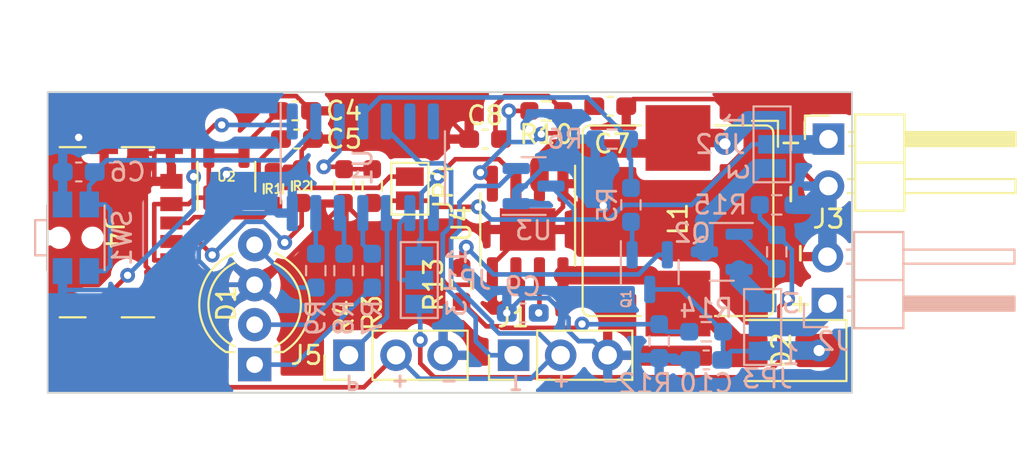
<source format=kicad_pcb>
(kicad_pcb (version 20221018) (generator pcbnew)
  (layers (0 "F.Cu" signal) (31 "B.Cu" signal) (34 "B.Paste" user) (35 "F.Paste" user) (36 "B.SilkS" user "B.Silkscreen") (37 "F.SilkS" user "F.Silkscreen") (38 "B.Mask" user) (39 "F.Mask" user) (44 "Edge.Cuts" user))
  (net 0 "")
  (net 1 "+BATT")
  (net 2 "GND")
  (net 3 "+3.3V")
  (net 4 "Net-(JP4-A)")
  (net 5 "/SWITCHING_OUT")
  (net 6 "VBUS")
  (net 7 "Net-(J4-CC1)")
  (net 8 "Net-(J4-CC2)")
  (net 9 "Net-(D2-A)")
  (net 10 "Net-(Q1-G)")
  (net 11 "/BAT_VOLT")
  (net 12 "/BUTTON")
  (net 13 "/PROG")
  (net 17 "/HEAT_OUT")
  (net 18 "/TEMP")
  (net 19 "/LED0")
  (net 20 "/LED1")
  (net 21 "/LED2")
  (net 22 "Net-(D1-RK)")
  (net 23 "Net-(D1-GK)")
  (net 24 "Net-(D1-BK)")
  (net 25 "/SWITCHING_EN")
  (net 26 "/HEAT_EN")
  (net 27 "/MOSFET_EN")
  (net 28 "/SWITCHING_POWER")
  (net 29 "/MOSFET_POWER")
  (net 30 "/MOSFET_OUT")
  (net 31 "Net-(Q1-S)")
  (net 32 "Net-(Q2-G)")
  (net 33 "/LOW_HEAT")
  (net 34 "Net-(U4-COMP)")
  (net 35 "Net-(C8-Pad1)")
  (net 36 "Net-(U4-FB)")
  (net 37 "Net-(U4-SS)")
  (footprint "Inductor_SMD:L_Bourns_SRP1038C_10.0x10.0mm" (layer "F.Cu") (at 151.638 95.347 -90)
    (fp_text reference "L1" (at -0.097 0 90) (layer "F.SilkS"))
    (fp_text value "6.8uH")
    (pad "1" smd rect (at -4.475 0 270) (size 3.55 3.5) (layers "F.Cu" "F.Paste" "F.Mask") (net 28 "/SWITCHING_POWER"))
    (pad "2" smd rect (at 4.475 0 270) (size 3.55 3.5) (layers "F.Cu" "F.Paste" "F.Mask") (net 9 "Net-(D2-A)"))
  )
  (footprint "Connector_USB:USB_C_Receptacle_GCT_USB4135-GF-A_6P_TopMnt_Horizontal" (layer "F.Cu") (at 121.2525 95.967 -90)
    (fp_text reference "J4" (at 0.045 0.0945 -90 unlocked) (layer "F.SilkS"))
    (fp_text value "USB_C_Receptacle_PowerOnly_6P")
    (pad "A5" smd rect (at -0.5 -3.0325 270) (size 0.7 1.2) (layers "F.Cu" "F.Paste" "F.Mask") (net 7 "Net-(J4-CC1)"))
    (pad "A9" smd rect (at 1.52 -3.0325 90) (size 0.76 1.2) (layers "F.Cu" "F.Paste" "F.Mask") (net 6 "VBUS"))
    (pad "A12" smd rect (at 2.75 -3.0325 90) (size 0.8 1.2) (layers "F.Cu" "F.Paste" "F.Mask") (net 2 "GND"))
    (pad "B5" smd rect (at 0.5 -3.0325 90) (size 0.7 1.2) (layers "F.Cu" "F.Paste" "F.Mask") (net 8 "Net-(J4-CC2)"))
    (pad "B9" smd rect (at -1.52 -3.0325 270) (size 0.76 1.2) (layers "F.Cu" "F.Paste" "F.Mask") (net 6 "VBUS"))
    (pad "B12" smd rect (at -2.75 -3.0325 270) (size 0.8 1.2) (layers "F.Cu" "F.Paste" "F.Mask") (net 2 "GND"))
    (pad "S1" smd rect (at -5.125 -2.9775 270) (size 1.8 1.35) (layers "F.Cu" "F.Paste" "F.Mask") (net 2 "GND"))
    (pad "S1" smd rect (at -5.125 0.6025 270) (size 1.8 1.5) (layers "F.Cu" "F.Paste" "F.Mask") (net 2 "GND"))
    (pad "S1" smd rect (at 5.125 -2.9775 270) (size 1.8 1.35) (layers "F.Cu" "F.Paste" "F.Mask") (net 2 "GND"))
    (pad "S1" smd rect (at 5.125 0.6025 270) (size 1.8 1.5) (layers "F.Cu" "F.Paste" "F.Mask") (net 2 "GND"))
  )
  (footprint "LED_THT:LED_D5.0mm-4_RGB_Wide_Pins" (layer "F.Cu") (at 128.778 103.124 90)
    (fp_text reference "D1" (at 3.302 -1.524 90) (layer "F.SilkS"))
    (fp_text value "QBL8RGB60D0-2897")
    (pad "1" thru_hole rect (at 0 0 90) (size 1.8 1.8) (drill 0.9) (layers "*.Cu" "*.Mask") (net 22 "Net-(D1-RK)"))
    (pad "2" thru_hole circle (at 2.159 0 90) (size 1.8 1.8) (drill 0.9) (layers "*.Cu" "*.Mask") (net 23 "Net-(D1-GK)"))
    (pad "3" thru_hole circle (at 4.318 0 90) (size 1.8 1.8) (drill 0.9) (layers "*.Cu" "*.Mask") (net 2 "GND"))
    (pad "4" thru_hole circle (at 6.477 0 90) (size 1.8 1.8) (drill 0.9) (layers "*.Cu" "*.Mask") (net 24 "Net-(D1-BK)"))
  )
  (footprint "Resistor_SMD:R_0603_1608Metric_Pad0.98x0.95mm_HandSolder" (layer "F.Cu") (at 139.954 98.806 -90)
    (fp_text reference "R13" (at 0 1.524 90) (layer "F.SilkS"))
    (fp_text value "190k")
    (pad "1" smd roundrect (at -0.9125 0 270) (size 0.975 0.95) (layers "F.Cu" "F.Paste" "F.Mask") (net 31 "Net-(Q1-S)"))
    (pad "2" smd roundrect (at 0.9125 0 270) (size 0.975 0.95) (layers "F.Cu" "F.Paste" "F.Mask") (net 36 "Net-(U4-FB)"))
  )
  (footprint "Diode_SMD:D_SMA" (layer "F.Cu") (at 157.226 102.362 180)
    (fp_text reference "D2" (at 0 0 90) (layer "F.SilkS"))
    (fp_text value "B340")
    (pad "1" smd roundrect (at -2 0 180) (size 2.5 1.8) (layers "F.Cu" "F.Paste" "F.Mask") (roundrect_rratio 0.1388888889) (net 5 "/SWITCHING_OUT"))
    (pad "2" smd roundrect (at 2 0 180) (size 2.5 1.8) (layers "F.Cu" "F.Paste" "F.Mask") (roundrect_rratio 0.1388888889) (net 9 "Net-(D2-A)"))
  )
  (footprint "Capacitor_SMD:C_0603_1608Metric_Pad1.08x0.95mm_HandSolder" (layer "F.Cu") (at 141.224 90.932 180)
    (fp_text reference "C8" (at 0 1.27) (layer "F.SilkS"))
    (fp_text value "2.2n")
    (pad "1" smd roundrect (at -0.8625 0 180) (size 1.075 0.95) (layers "F.Cu" "F.Paste" "F.Mask") (net 35 "Net-(C8-Pad1)"))
    (pad "2" smd roundrect (at 0.8625 0 180) (size 1.075 0.95) (layers "F.Cu" "F.Paste" "F.Mask") (net 2 "GND"))
  )
  (footprint "Resistor_SMD:R_0603_1608Metric_Pad0.98x0.95mm_HandSolder" (layer "F.Cu") (at 131.318 93.472 90)
    (fp_text reference "R2" (at 0 0) (layer "F.SilkS") (effects (font (size 0.5 0.5) (thickness 0.1) bold)))
    (fp_text value "5.1k")
    (pad "1" smd roundrect (at -0.9125 0 90) (size 0.975 0.95) (layers "F.Cu" "F.Paste" "F.Mask") (net 8 "Net-(J4-CC2)"))
    (pad "2" smd roundrect (at 0.9125 0 90) (size 0.975 0.95) (layers "F.Cu" "F.Paste" "F.Mask") (net 2 "GND"))
  )
  (footprint "Package_SO:SOIC-8-1EP_3.9x4.9mm_P1.27mm_EP2.29x3mm" (layer "F.Cu") (at 143.522 95.82 -90)
    (fp_text reference "U4" (at -0.316 3.568 90) (layer "F.SilkS"))
    (fp_text value "PAM2423AECADJR")
    (pad "1" smd roundrect (at -2.475 -1.905 270) (size 1.95 0.6) (layers "F.Cu" "F.Paste" "F.Mask") (net 2 "GND"))
    (pad "2" smd roundrect (at -2.475 -0.635 270) (size 1.95 0.6) (layers "F.Cu" "F.Paste" "F.Mask") (net 28 "/SWITCHING_POWER"))
    (pad "3" smd roundrect (at -2.475 0.635 270) (size 1.95 0.6) (layers "F.Cu" "F.Paste" "F.Mask") (net 25 "/SWITCHING_EN"))
    (pad "4" smd roundrect (at -2.475 1.905 270) (size 1.95 0.6) (layers "F.Cu" "F.Paste" "F.Mask") (net 34 "Net-(U4-COMP)"))
    (pad "5" smd roundrect (at 2.475 1.905 270) (size 1.95 0.6) (layers "F.Cu" "F.Paste" "F.Mask") (net 2 "GND"))
    (pad "6" smd roundrect (at 2.475 0.635 270) (size 1.95 0.6) (layers "F.Cu" "F.Paste" "F.Mask") (net 36 "Net-(U4-FB)"))
    (pad "7" smd roundrect (at 2.475 -0.635 270) (size 1.95 0.6) (layers "F.Cu" "F.Paste" "F.Mask") (net 37 "Net-(U4-SS)"))
    (pad "8" smd roundrect (at 2.475 -1.905 270) (size 1.95 0.6) (layers "F.Cu" "F.Paste" "F.Mask") (net 9 "Net-(D2-A)"))
    (pad "9" smd rect (at 0 0 270) (size 2.29 3) (layers "F.Cu" "F.Mask") (net 2 "GND"))
  )
  (footprint "Capacitor_SMD:C_0603_1608Metric_Pad1.08x0.95mm_HandSolder" (layer "F.Cu") (at 147.9815 89.154)
    (fp_text reference "C7" (at 0.1005 2.032) (layer "F.SilkS"))
    (fp_text value "47p")
    (pad "1" smd roundrect (at -0.8625 0) (size 1.075 0.95) (layers "F.Cu" "F.Paste" "F.Mask") (net 34 "Net-(U4-COMP)"))
    (pad "2" smd roundrect (at 0.8625 0) (size 1.075 0.95) (layers "F.Cu" "F.Paste" "F.Mask") (net 2 "GND"))
  )
  (footprint "Package_TO_SOT_SMD:SOT-23-5" (layer "F.Cu") (at 127.254 92.964 90)
    (fp_text reference "U2" (at 0 0 180) (layer "F.SilkS") (effects (font (size 0.5 0.5) (thickness 0.1) bold)))
    (fp_text value "MCP73811T-420I-OT")
    (pad "1" smd roundrect (at -1.1375 -0.95 90) (size 1.325 0.6) (layers "F.Cu" "F.Paste" "F.Mask") (net 6 "VBUS"))
    (pad "2" smd roundrect (at -1.1375 0 90) (size 1.325 0.6) (layers "F.Cu" "F.Paste" "F.Mask") (net 2 "GND"))
    (pad "3" smd roundrect (at -1.1375 0.95 90) (size 1.325 0.6) (layers "F.Cu" "F.Paste" "F.Mask") (net 4 "Net-(JP4-A)"))
    (pad "4" smd roundrect (at 1.1375 0.95 90) (size 1.325 0.6) (layers "F.Cu" "F.Paste" "F.Mask") (net 6 "VBUS"))
    (pad "5" smd roundrect (at 1.1375 -0.95 90) (size 1.325 0.6) (layers "F.Cu" "F.Paste" "F.Mask") (net 6 "VBUS"))
  )
  (footprint "Capacitor_SMD:C_0603_1608Metric_Pad1.08x0.95mm_HandSolder" (layer "F.Cu") (at 130.9635 89.408)
    (fp_text reference "C4" (at 2.6405 0) (layer "F.SilkS"))
    (fp_text value "1u")
    (pad "1" smd roundrect (at -0.8625 0) (size 1.075 0.95) (layers "F.Cu" "F.Paste" "F.Mask") (net 6 "VBUS"))
    (pad "2" smd roundrect (at 0.8625 0) (size 1.075 0.95) (layers "F.Cu" "F.Paste" "F.Mask") (net 2 "GND"))
  )
  (footprint "Connector_PinHeader_2.54mm:PinHeader_1x03_P2.54mm_Vertical" (layer "F.Cu") (at 142.763 102.616 90)
    (fp_text reference "J1" (at 2.032 -0.015 180) (layer "F.SilkS"))
    (fp_text value "TEMP")
    (pad "1" thru_hole rect (at 0 0 90) (size 1.7 1.7) (drill 1) (layers "*.Cu" "*.Mask") (net 18 "/TEMP"))
    (pad "2" thru_hole oval (at 0 2.54 90) (size 1.7 1.7) (drill 1) (layers "*.Cu" "*.Mask") (net 3 "+3.3V"))
    (pad "3" thru_hole oval (at 0 5.08 90) (size 1.7 1.7) (drill 1) (layers "*.Cu" "*.Mask") (net 2 "GND"))
  )
  (footprint "Connector_PinHeader_2.54mm:PinHeader_1x02_P2.54mm_Horizontal" (layer "F.Cu") (at 159.766 90.932)
    (fp_text reference "J3" (at 0 4.318) (layer "F.SilkS"))
    (fp_text value "BATT")
    (pad "1" thru_hole rect (at 0 0) (size 1.7 1.7) (drill 1) (layers "*.Cu" "*.Mask") (net 1 "+BATT"))
    (pad "2" thru_hole oval (at 0 2.54) (size 1.7 1.7) (drill 1) (layers "*.Cu" "*.Mask") (net 2 "GND"))
  )
  (footprint "Resistor_SMD:R_0603_1608Metric_Pad0.98x0.95mm_HandSolder" (layer "F.Cu") (at 144.526 89.408)
    (fp_text reference "R10" (at 0 1.27) (layer "F.SilkS"))
    (fp_text value "51k")
    (pad "1" smd roundrect (at -0.9125 0) (size 0.975 0.95) (layers "F.Cu" "F.Paste" "F.Mask") (net 34 "Net-(U4-COMP)"))
    (pad "2" smd roundrect (at 0.9125 0) (size 0.975 0.95) (layers "F.Cu" "F.Paste" "F.Mask") (net 35 "Net-(C8-Pad1)"))
  )
  (footprint "Capacitor_SMD:C_0603_1608Metric_Pad1.08x0.95mm_HandSolder" (layer "F.Cu") (at 131.064 90.932)
    (fp_text reference "C5" (at 2.54 0 180) (layer "F.SilkS"))
    (fp_text value "1u")
    (pad "1" smd roundrect (at -0.8625 0) (size 1.075 0.95) (layers "F.Cu" "F.Paste" "F.Mask") (net 4 "Net-(JP4-A)"))
    (pad "2" smd roundrect (at 0.8625 0) (size 1.075 0.95) (layers "F.Cu" "F.Paste" "F.Mask") (net 2 "GND"))
  )
  (footprint "Resistor_SMD:R_0603_1608Metric_Pad0.98x0.95mm_HandSolder" (layer "F.Cu") (at 133.604 93.472 -90)
    (fp_text reference "R4" (at 7.112 0 -270) (layer "F.SilkS"))
    (fp_text value "100k")
    (pad "1" smd roundrect (at -0.9125 0 270) (size 0.975 0.95) (layers "F.Cu" "F.Paste" "F.Mask") (net 11 "/BAT_VOLT"))
    (pad "2" smd roundrect (at 0.9125 0 270) (size 0.975 0.95) (layers "F.Cu" "F.Paste" "F.Mask") (net 2 "GND"))
  )
  (footprint "Resistor_SMD:R_0603_1608Metric_Pad0.98x0.95mm_HandSolder" (layer "F.Cu") (at 135.128 93.472 90)
    (fp_text reference "R3" (at -6.858 0 90) (layer "F.SilkS"))
    (fp_text value "100k")
    (pad "1" smd roundrect (at -0.9125 0 90) (size 0.975 0.95) (layers "F.Cu" "F.Paste" "F.Mask") (net 1 "+BATT"))
    (pad "2" smd roundrect (at 0.9125 0 90) (size 0.975 0.95) (layers "F.Cu" "F.Paste" "F.Mask") (net 11 "/BAT_VOLT"))
  )
  (footprint "Resistor_SMD:R_0603_1608Metric_Pad0.98x0.95mm_HandSolder" (layer "F.Cu") (at 129.794 93.6225 90)
    (fp_text reference "R1" (at 0 0) (layer "F.SilkS") (effects (font (size 0.5 0.5) (thickness 0.1) bold)))
    (fp_text value "5.1k")
    (pad "1" smd roundrect (at -0.9125 0 90) (size 0.975 0.95) (layers "F.Cu" "F.Paste" "F.Mask") (net 7 "Net-(J4-CC1)"))
    (pad "2" smd roundrect (at 0.9125 0 90) (size 0.975 0.95) (layers "F.Cu" "F.Paste" "F.Mask") (net 2 "GND"))
  )
  (footprint "Jumper:SolderJumper-2_P1.3mm_Open_Pad1.0x1.5mm" (layer "F.Cu") (at 137.16 93.614 -90)
    (fp_text reference "JP4" (at 0 -1.8 90) (layer "F.SilkS"))
    (fp_text value "CHARGER_EN")
    (pad "1" smd rect (at -0.65 0 270) (size 1 1.5) (layers "F.Cu" "F.Mask") (net 4 "Net-(JP4-A)"))
    (pad "2" smd rect (at 0.65 0 270) (size 1 1.5) (layers "F.Cu" "F.Mask") (net 1 "+BATT"))
  )
  (footprint "Connector_PinHeader_2.54mm:PinHeader_1x03_P2.54mm_Vertical" (layer "F.Cu") (at 133.873 102.616 90)
    (fp_text reference "J5" (at 0 -2.301 180) (layer "F.SilkS"))
    (fp_text value "PROG")
    (pad "1" thru_hole rect (at 0 0 90) (size 1.7 1.7) (drill 1) (layers "*.Cu" "*.Mask") (net 13 "/PROG"))
    (pad "2" thru_hole oval (at 0 2.54 90) (size 1.7 1.7) (drill 1) (layers "*.Cu" "*.Mask") (net 3 "+3.3V"))
    (pad "3" thru_hole oval (at 0 5.08 90) (size 1.7 1.7) (drill 1) (layers "*.Cu" "*.Mask") (net 2 "GND"))
  )
  (footprint "Button_Switch_SMD:SW_SPST_EVQP7C" (layer "B.Cu") (at 119.126 96.266 90)
    (fp_text reference "SW1" (at 0 2.5 90) (layer "B.SilkS") (effects (justify mirror)))
    (fp_text value "SW_Push")
    (pad "" np_thru_hole circle (at 0 -0.9 90) (size 0.7 0.7) (drill 0.7) (layers "*.Cu" "*.Mask"))
    (pad "" np_thru_hole circle (at 0 0.9 90) (size 0.7 0.7) (drill 0.7) (layers "*.Cu" "*.Mask"))
    (pad "1" smd rect (at -1.8 0.72 90) (size 1.4 1.05) (layers "B.Cu" "B.Paste" "B.Mask") (net 12 "/BUTTON"))
    (pad "1" smd rect (at 1.8 0.72 90) (size 1.4 1.05) (layers "B.Cu" "B.Paste" "B.Mask") (net 12 "/BUTTON"))
    (pad "2" smd rect (at -1.8 -0.72 90) (size 1.4 1.05) (layers "B.Cu" "B.Paste" "B.Mask") (net 2 "GND"))
    (pad "2" smd rect (at 1.8 -0.72 90) (size 1.4 1.05) (layers "B.Cu" "B.Paste" "B.Mask") (net 2 "GND"))
  )
  (footprint "Resistor_SMD:R_0603_1608Metric_Pad0.98x0.95mm_HandSolder" (layer "B.Cu") (at 150.622 101.854 -90)
    (fp_text reference "R12" (at 2.286 0.762 -180) (layer "B.SilkS") (effects (justify mirror)))
    (fp_text value "10k")
    (pad "1" smd roundrect (at -0.9125 0 270) (size 0.975 0.95) (layers "B.Cu" "B.Paste" "B.Mask") (net 36 "Net-(U4-FB)"))
    (pad "2" smd roundrect (at 0.9125 0 270) (size 0.975 0.95) (layers "B.Cu" "B.Paste" "B.Mask") (net 2 "GND"))
  )
  (footprint "Capacitor_SMD:C_0603_1608Metric_Pad1.08x0.95mm_HandSolder" (layer "B.Cu") (at 143.256 100.33 180)
    (fp_text reference "C9" (at 0 1.43) (layer "B.SilkS") (effects (justify mirror)))
    (fp_text value "10n")
    (pad "1" smd roundrect (at -0.8625 0 180) (size 1.075 0.95) (layers "B.Cu" "B.Paste" "B.Mask") (net 37 "Net-(U4-SS)"))
    (pad "2" smd roundrect (at 0.8625 0 180) (size 1.075 0.95) (layers "B.Cu" "B.Paste" "B.Mask") (net 2 "GND"))
  )
  (footprint "Package_TO_SOT_SMD:SOT-23" (layer "B.Cu") (at 143.8425 93.472)
    (fp_text reference "U3" (at 0 2.4) (layer "B.SilkS") (effects (justify mirror)))
    (fp_text value "MCP1703Ax-330xxTT")
    (pad "1" smd roundrect (at -0.9375 0.95) (size 1.475 0.6) (layers "B.Cu" "B.Paste" "B.Mask") (net 2 "GND"))
    (pad "2" smd roundrect (at -0.9375 -0.95) (size 1.475 0.6) (layers "B.Cu" "B.Paste" "B.Mask") (net 3 "+3.3V"))
    (pad "3" smd roundrect (at 0.9375 0) (size 1.475 0.6) (layers "B.Cu" "B.Paste" "B.Mask") (net 1 "+BATT"))
  )
  (footprint "Resistor_SMD:R_0603_1608Metric_Pad0.98x0.95mm_HandSolder" (layer "B.Cu") (at 156.972 94.488 180)
    (fp_text reference "R15" (at 3.048 0) (layer "B.SilkS") (effects (justify mirror)))
    (fp_text value "10k")
    (pad "1" smd roundrect (at -0.9125 0 180) (size 0.975 0.95) (layers "B.Cu" "B.Paste" "B.Mask") (net 2 "GND"))
    (pad "2" smd roundrect (at 0.9125 0 180) (size 0.975 0.95) (layers "B.Cu" "B.Paste" "B.Mask") (net 27 "/MOSFET_EN"))
  )
  (footprint "Capacitor_SMD:C_0603_1608Metric_Pad1.08x0.95mm_HandSolder" (layer "B.Cu") (at 119.2795 92.71)
    (fp_text reference "C6" (at 2.6405 0) (layer "B.SilkS") (effects (justify mirror)))
    (fp_text value "10n")
    (pad "1" smd roundrect (at -0.8625 0) (size 1.075 0.95) (layers "B.Cu" "B.Paste" "B.Mask") (net 2 "GND"))
    (pad "2" smd roundrect (at 0.8625 0) (size 1.075 0.95) (layers "B.Cu" "B.Paste" "B.Mask") (net 12 "/BUTTON"))
  )
  (footprint "Resistor_SMD:R_0603_1608Metric_Pad0.98x0.95mm_HandSolder" (layer "B.Cu") (at 148.082 90.932)
    (fp_text reference "R6" (at -2.54 0 -360) (layer "B.SilkS") (effects (justify mirror)))
    (fp_text value "10k")
    (pad "1" smd roundrect (at -0.9125 0) (size 0.975 0.95) (layers "B.Cu" "B.Paste" "B.Mask") (net 2 "GND"))
    (pad "2" smd roundrect (at 0.9125 0) (size 0.975 0.95) (layers "B.Cu" "B.Paste" "B.Mask") (net 33 "/LOW_HEAT"))
  )
  (footprint "Package_SO:SOIC-14_3.9x8.7mm_P1.27mm" (layer "B.Cu") (at 134.62 92.456 -90)
    (fp_text reference "U1" (at 0 0 90) (layer "B.SilkS") (effects (justify mirror)))
    (fp_text value "ATtiny204-SS")
    (pad "1" smd roundrect (at -2.475 3.81 270) (size 1.95 0.6) (layers "B.Cu" "B.Paste" "B.Mask") (net 3 "+3.3V"))
    (pad "2" smd roundrect (at -2.475 2.54 270) (size 1.95 0.6) (layers "B.Cu" "B.Paste" "B.Mask") (net 12 "/BUTTON"))
    (pad "3" smd roundrect (at -2.475 1.27 270) (size 1.95 0.6) (layers "B.Cu" "B.Paste" "B.Mask") (net 11 "/BAT_VOLT"))
    (pad "4" smd roundrect (at -2.475 0 270) (size 1.95 0.6) (layers "B.Cu" "B.Paste" "B.Mask") (net 33 "/LOW_HEAT"))
    (pad "5" smd roundrect (at -2.475 -1.27 270) (size 1.95 0.6) (layers "B.Cu" "B.Paste" "B.Mask") (net 18 "/TEMP"))
    (pad "6" smd roundrect (at -2.475 -2.54 270) (size 1.95 0.6) (layers "B.Cu" "B.Paste" "B.Mask"))
    (pad "7" smd roundrect (at -2.475 -3.81 270) (size 1.95 0.6) (layers "B.Cu" "B.Paste" "B.Mask"))
    (pad "8" smd roundrect (at 2.475 -3.81 270) (size 1.95 0.6) (layers "B.Cu" "B.Paste" "B.Mask"))
    (pad "9" smd roundrect (at 2.475 -2.54 270) (size 1.95 0.6) (layers "B.Cu" "B.Paste" "B.Mask") (net 26 "/HEAT_EN"))
    (pad "10" smd roundrect (at 2.475 -1.27 270) (size 1.95 0.6) (layers "B.Cu" "B.Paste" "B.Mask") (net 13 "/PROG"))
    (pad "11" smd roundrect (at 2.475 0 270) (size 1.95 0.6) (layers "B.Cu" "B.Paste" "B.Mask") (net 19 "/LED0"))
    (pad "12" smd roundrect (at 2.475 1.27 270) (size 1.95 0.6) (layers "B.Cu" "B.Paste" "B.Mask") (net 20 "/LED1"))
    (pad "13" smd roundrect (at 2.475 2.54 270) (size 1.95 0.6) (layers "B.Cu" "B.Paste" "B.Mask") (net 21 "/LED2"))
    (pad "14" smd roundrect (at 2.475 3.81 270) (size 1.95 0.6) (layers "B.Cu" "B.Paste" "B.Mask") (net 2 "GND"))
  )
  (footprint "Connector_PinHeader_2.54mm:PinHeader_1x02_P2.54mm_Horizontal" (layer "B.Cu") (at 159.709 99.827)
    (fp_text reference "J2" (at 0.311 2.027) (layer "B.SilkS") (effects (justify mirror)))
    (fp_text value "HEAT")
    (pad "1" thru_hole rect (at 0 0) (size 1.7 1.7) (drill 1) (layers "*.Cu" "*.Mask") (net 17 "/HEAT_OUT"))
    (pad "2" thru_hole oval (at 0 -2.54) (size 1.7 1.7) (drill 1) (layers "*.Cu" "*.Mask") (net 2 "GND"))
  )
  (footprint "Resistor_SMD:R_0603_1608Metric_Pad0.98x0.95mm_HandSolder" (layer "B.Cu") (at 132.08 98.044 -90)
    (fp_text reference "R9" (at 2.54 0 90) (layer "B.SilkS") (effects (justify mirror)))
    (fp_text value "5")
    (pad "1" smd roundrect (at -0.9125 0 270) (size 0.975 0.95) (layers "B.Cu" "B.Paste" "B.Mask") (net 21 "/LED2"))
    (pad "2" smd roundrect (at 0.9125 0 270) (size 0.975 0.95) (layers "B.Cu" "B.Paste" "B.Mask") (net 24 "Net-(D1-BK)"))
  )
  (footprint "Jumper:SolderJumper-3_P1.3mm_Open_Pad1.0x1.5mm_NumberLabels" (layer "B.Cu") (at 137.668 98.552 -90)
    (fp_text reference "JP1" (at 0 -2.54 -180) (layer "B.SilkS") (effects (justify mirror)))
    (fp_text value "LOGIC_SEL")
    (fp_text user "3" (at 1.524 -2.032 90) (layer "B.SilkS") (effects (justify mirror)))
    (fp_text user "1" (at -1.27 -2.032 90) (layer "B.SilkS") (effects (justify mirror)))
    (pad "1" smd rect (at -1.3 0 270) (size 1 1.5) (layers "B.Cu" "B.Mask") (net 25 "/SWITCHING_EN"))
    (pad "2" smd rect (at 0 0 270) (size 1 1.5) (layers "B.Cu" "B.Mask") (net 26 "/HEAT_EN"))
    (pad "3" smd rect (at 1.3 0 270) (size 1 1.5) (layers "B.Cu" "B.Mask") (net 27 "/MOSFET_EN"))
  )
  (footprint "Package_TO_SOT_SMD:SOT-23" (layer "B.Cu") (at 150.114 98.1225 -90)
    (fp_text reference "Q1" (at 1.4455 1.27 90) (layer "B.SilkS") (effects (font (size 0.5 0.5) (thickness 0.1) bold)))
    (fp_text value "DMN2024U-7")
    (pad "1" smd roundrect (at -0.9375 0.95 270) (size 1.475 0.6) (layers "B.Cu" "B.Paste" "B.Mask") (net 10 "Net-(Q1-G)"))
    (pad "2" smd roundrect (at -0.9375 -0.95 270) (size 1.475 0.6) (layers "B.Cu" "B.Paste" "B.Mask") (net 31 "Net-(Q1-S)"))
    (pad "3" smd roundrect (at 0.9375 0 270) (size 1.475 0.6) (layers "B.Cu" "B.Paste" "B.Mask") (net 5 "/SWITCHING_OUT"))
  )
  (footprint "Resistor_SMD:R_0603_1608Metric_Pad0.98x0.95mm_HandSolder" (layer "B.Cu") (at 149.098 94.488 90)
    (fp_text reference "R5" (at 0 -1.27 -270) (layer "B.SilkS") (effects (justify mirror)))
    (fp_text value "100")
    (pad "1" smd roundrect (at -0.9125 0 90) (size 0.975 0.95) (layers "B.Cu" "B.Paste" "B.Mask") (net 10 "Net-(Q1-G)"))
    (pad "2" smd roundrect (at 0.9125 0 90) (size 0.975 0.95) (layers "B.Cu" "B.Paste" "B.Mask") (net 33 "/LOW_HEAT"))
  )
  (footprint "Resistor_SMD:R_0603_1608Metric_Pad0.98x0.95mm_HandSolder" (layer "B.Cu") (at 156.972 97.028 90)
    (fp_text reference "R11" hide)
    (fp_text value "100")
    (pad "1" smd roundrect (at -0.9125 0 90) (size 0.975 0.95) (layers "B.Cu" "B.Paste" "B.Mask") (net 32 "Net-(Q2-G)"))
    (pad "2" smd roundrect (at 0.9125 0 90) (size 0.975 0.95) (layers "B.Cu" "B.Paste" "B.Mask") (net 27 "/MOSFET_EN"))
  )
  (footprint "Capacitor_SMD:C_0603_1608Metric_Pad1.08x0.95mm_HandSolder" (layer "B.Cu") (at 153.162 102.87 180)
    (fp_text reference "C10" (at 0 -1.27) (layer "B.SilkS") (effects (justify mirror)))
    (fp_text value "10u")
    (pad "1" smd roundrect (at -0.8625 0 180) (size 1.075 0.95) (layers "B.Cu" "B.Paste" "B.Mask") (net 5 "/SWITCHING_OUT"))
    (pad "2" smd roundrect (at 0.8625 0 180) (size 1.075 0.95) (layers "B.Cu" "B.Paste" "B.Mask") (net 2 "GND"))
  )
  (footprint "Resistor_SMD:R_0603_1608Metric_Pad0.98x0.95mm_HandSolder" (layer "B.Cu") (at 153.162 101.346 180)
    (fp_text reference "R14" (at 0 1.27) (layer "B.SilkS") (effects (justify mirror)))
    (fp_text value "108.8k")
    (pad "1" smd roundrect (at -0.9125 0 180) (size 0.975 0.95) (layers "B.Cu" "B.Paste" "B.Mask") (net 5 "/SWITCHING_OUT"))
    (pad "2" smd roundrect (at 0.9125 0 180) (size 0.975 0.95) (layers "B.Cu" "B.Paste" "B.Mask") (net 36 "Net-(U4-FB)"))
  )
  (footprint "Resistor_SMD:R_0603_1608Metric_Pad0.98x0.95mm_HandSolder" (layer "B.Cu") (at 133.604 98.044 -90)
    (fp_text reference "R8" (at 2.54 0 90) (layer "B.SilkS") (effects (justify mirror)))
    (fp_text value "5")
    (pad "1" smd roundrect (at -0.9125 0 270) (size 0.975 0.95) (layers "B.Cu" "B.Paste" "B.Mask") (net 20 "/LED1"))
    (pad "2" smd roundrect (at 0.9125 0 270) (size 0.975 0.95) (layers "B.Cu" "B.Paste" "B.Mask") (net 23 "Net-(D1-GK)"))
  )
  (footprint "Jumper:SolderJumper-3_P1.3mm_Open_Pad1.0x1.5mm_NumberLabels" (layer "B.Cu") (at 156.718 91.216 -90)
    (fp_text reference "JP2" (at 0 2.794 -180) (layer "B.SilkS") (effects (justify mirror)))
    (fp_text value "IN_SEL")
    (fp_text user "1" (at -1.3 2.032 -270) (layer "B.SilkS") (effects (justify mirror)))
    (fp_text user "3" (at 1.494 1.778 -270) (layer "B.SilkS") (effects (justify mirror)))
    (pad "1" smd rect (at -1.3 0 270) (size 1 1.5) (layers "B.Cu" "B.Mask") (net 28 "/SWITCHING_POWER"))
    (pad "2" smd rect (at 0 0 270) (size 1 1.5) (layers "B.Cu" "B.Mask") (net 1 "+BATT"))
    (pad "3" smd rect (at 1.3 0 270) (size 1 1.5) (layers "B.Cu" "B.Mask") (net 29 "/MOSFET_POWER"))
  )
  (footprint "Package_TO_SOT_SMD:SOT-23" (layer "B.Cu") (at 154.0025 97.028 180)
    (fp_text reference "Q2" (at 1.6025 1.016) (layer "B.SilkS") (effects (justify mirror)))
    (fp_text value "DMN2024U-7")
    (pad "1" smd roundrect (at -0.9375 0.95 180) (size 1.475 0.6) (layers "B.Cu" "B.Paste" "B.Mask") (net 32 "Net-(Q2-G)"))
    (pad "2" smd roundrect (at -0.9375 -0.95 180) (size 1.475 0.6) (layers "B.Cu" "B.Paste" "B.Mask") (net 30 "/MOSFET_OUT"))
    (pad "3" smd roundrect (at 0.9375 0 180) (size 1.475 0.6) (layers "B.Cu" "B.Paste" "B.Mask") (net 29 "/MOSFET_POWER"))
  )
  (footprint "Jumper:SolderJumper-3_P1.3mm_Open_Pad1.0x1.5mm_NumberLabels" (layer "B.Cu") (at 156.21 101.092 90)
    (fp_text reference "JP3" (at -2.794 0.254 180) (layer "B.SilkS") (effects (justify mirror)))
    (fp_text value "OUT_SEL")
    (fp_text user "3" (at 1.27 1.524 180) (layer "B.SilkS") (effects (justify mirror)))
    (fp_text user "1" (at -1.524 1.524 180) (layer "B.SilkS") (effects (justify mirror)))
    (pad "1" smd rect (at -1.3 0 90) (size 1 1.5) (layers "B.Cu" "B.Mask") (net 5 "/SWITCHING_OUT"))
    (pad "2" smd rect (at 0 0 90) (size 1 1.5) (layers "B.Cu" "B.Mask") (net 17 "/HEAT_OUT"))
    (pad "3" smd rect (at 1.3 0 90) (size 1 1.5) (layers "B.Cu" "B.Mask") (net 30 "/MOSFET_OUT"))
  )
  (footprint "Resistor_SMD:R_0603_1608Metric_Pad0.98x0.95mm_HandSolder" (layer "B.Cu") (at 135.128 98.044 -90)
    (fp_text reference "R7" (at 2.54 0 90) (layer "B.SilkS") (effects (justify mirror)))
    (fp_text value "55")
    (pad "1" smd roundrect (at -0.9125 0 270) (size 0.975 0.95) (layers "B.Cu" "B.Paste" "B.Mask") (net 19 "/LED0"))
    (pad "2" smd roundrect (at 0.9125 0 270) (size 0.975 0.95) (layers "B.Cu" "B.Paste" "B.Mask") (net 22 "Net-(D1-RK)"))
  )
  (gr_rect (start 117.602 88.392) (end 161.036 104.648) (stroke (width 0.1)) (fill none) (layer "Edge.Cuts"))
  (gr_text "T   +   -" (at 142.494 103.632 180) (layer "B.SilkS") (effects (font (size 0.75 0.75)) (justify left bottom mirror)))
  (gr_text "P   +   -" (at 133.604 103.632 180) (layer "B.SilkS") (effects (font (size 0.75 0.75)) (justify left bottom mirror)))
  (gr_text "+  -" (at 158.242 90.424 90) (layer "F.SilkS") (effects (font (size 1 1)) (justify left bottom mirror)))
  (gr_text "+  -" (at 157.734 100.584 -90) (layer "F.SilkS") (effects (font (size 1 1)) (justify left bottom mirror)))
  (segment (start 137.16 94.264) (end 135.2485 94.264) (width 0.25) (layer "F.Cu") (net 1))
  (segment (start 138.567765 94.594865) (end 138.2369 94.264) (width 0.25) (layer "F.Cu") (net 1))
  (segment (start 138.2369 94.264) (end 137.16 94.264) (width 0.25) (layer "F.Cu") (net 1))
  (segment (start 140.849553 94.594865) (end 138.567765 94.594865) (width 0.25) (layer "F.Cu") (net 1))
  (via (at 140.849553 94.594865) (size 0.8) (drill 0.4) (layers "F.Cu" "B.Cu") (net 1))
  (segment (start 141.534288 95.2796) (end 146.05 95.2796) (width 0.25) (layer "B.Cu") (net 1))
  (segment (start 147.9319 95.2796) (end 148.7235 94.488) (width 0.25) (layer "B.Cu") (net 1))
  (segment (start 148.7235 94.488) (end 152.3691 94.488) (width 0.25) (layer "B.Cu") (net 1))
  (segment (start 146.05 94.742) (end 146.05 95.2796) (width 0.25) (layer "B.Cu") (net 1))
  (segment (start 146.05 95.2796) (end 147.9319 95.2796) (width 0.25) (layer "B.Cu") (net 1))
  (segment (start 159.482 91.216) (end 156.718 91.216) (width 1) (layer "B.Cu") (net 1))
  (segment (start 140.849553 94.594865) (end 141.534288 95.2796) (width 0.25) (layer "B.Cu") (net 1))
  (segment (start 155.6411 91.216) (end 156.718 91.216) (width 0.25) (layer "B.Cu") (net 1))
  (segment (start 152.3691 94.488) (end 155.6411 91.216) (width 0.25) (layer "B.Cu") (net 1))
  (segment (start 144.78 93.472) (end 146.05 94.742) (width 0.25) (layer "B.Cu") (net 1))
  (segment (start 123.3581 93.217) (end 122.9005 93.6746) (width 0.25) (layer "F.Cu") (net 2))
  (segment (start 138.3933 99.1738) (end 133.604 94.3845) (width 0.25) (layer "F.Cu") (net 2))
  (segment (start 122.9005 93.6746) (end 122.9005 97.7959) (width 0.25) (layer "F.Cu") (net 2))
  (segment (start 131.318 91.5405) (end 131.318 92.5595) (width 0.25) (layer "F.Cu") (net 2))
  (segment (start 153.6751 88.7701) (end 149.2279 88.7701) (width 0.25) (layer "F.Cu") (net 2))
  (segment (start 141.617 97.725) (end 143.522 95.82) (width 0.25) (layer "F.Cu") (net 2))
  (segment (start 131.9265 90.932) (end 131.9265 89.5085) (width 0.25) (layer "F.Cu") (net 2))
  (segment (start 138.8375 89.408) (end 131.826 89.408) (width 0.25) (layer "F.Cu") (net 2))
  (segment (start 119.5731 90.842) (end 119.2754 90.842) (width 0.25) (layer "F.Cu") (net 2))
  (segment (start 149.2279 88.7701) (end 148.844 89.154) (width 0.25) (layer "F.Cu") (net 2))
  (segment (start 141.617 98.806) (end 139.3208 98.806) (width 0.25) (layer "F.Cu") (net 2))
  (segment (start 120.65 90.842) (end 119.5731 90.842) (width 0.25) (layer "F.Cu") (net 2))
  (segment (start 155.3031 91.4698) (end 152.2496 94.5233) (width 0.25) (layer "F.Cu") (net 2))
  (segment (start 124.285 93.217) (end 123.3581 93.217) (width 0.25) (layer "F.Cu") (net 2))
  (segment (start 124.23 90.842) (end 123.3581 91.7139) (width 0.25) (layer "F.Cu") (net 2))
  (segment (start 128.778 98.806) (end 125.3009 98.806) (width 0.25) (layer "F.Cu") (net 2))
  (segment (start 133.604 94.3845) (end 129.1825 98.806) (width 0.25) (layer "F.Cu") (net 2))
  (segment (start 120.65 101.092) (end 124.23 101.092) (width 0.25) (layer "F.Cu") (net 2))
  (segment (start 123.3581 91.7139) (end 122.5988 91.7139) (width 0.25) (layer "F.Cu") (net 2))
  (segment (start 122.9005 97.7959) (end 123.8216 98.717) (width 0.25) (layer "F.Cu") (net 2))
  (segment (start 155.3031 91.4698) (end 155.3031 90.3981) (width 0.25) (layer "F.Cu") (net 2))
  (segment (start 126.464 88.608) (end 124.23 90.842) (width 0.25) (layer "F.Cu") (net 2))
  (segment (start 122.5988 91.7139) (end 121.7269 90.842) (width 0.25) (layer "F.Cu") (net 2))
  (segment (start 131.1675 92.71) (end 129.794 92.71) (width 0.25) (layer "F.Cu") (net 2))
  (segment (start 141.617 99.5535) (end 142.394 100.33) (width 0.25) (layer "F.Cu") (net 2))
  (segment (start 131.9265 90.932) (end 131.318 91.5405) (width 0.25) (layer "F.Cu") (net 2))
  (segment (start 155.3031 90.3981) (end 153.6751 88.7701) (width 0.25) (layer "F.Cu") (net 2))
  (segment (start 124.23 99.1254) (end 123.8216 98.717) (width 0.25) (layer "F.Cu") (net 2))
  (segment (start 145.427 94.603) (end 145.427 93.7303) (width 0.25) (layer "F.Cu") (net 2))
  (segment (start 152.2496 94.5233) (end 147.6024 94.5233) (width 0.25) (layer "F.Cu") (net 2))
  (segment (start 124.23 101.092) (end 124.23 99.1254) (width 0.25) (layer "F.Cu") (net 2))
  (segment (start 146.22 94.5233) (end 145.427 93.7303) (width 0.25) (layer "F.Cu") (net 2))
  (segment (start 138.953 99.1738) (end 138.953 102.616) (width 0.25) (layer "F.Cu") (net 2))
  (segment (start 138.953 99.1738) (end 138.3933 99.1738) (width 0.25) (layer "F.Cu") (net 2))
  (segment (start 123.3581 91.7139) (end 123.3581 93.217) (width 0.25) (layer "F.Cu") (net 2))
  (segment (start 157.1754 91.4698) (end 159.1776 93.472) (width 0.25) (layer "F.Cu") (net 2))
  (segment (start 131.026 88.608) (end 126.464 88.608) (width 0.25) (layer "F.Cu") (net 2))
  (segment (start 141.617 98.806) (end 141.617 99.5535) (width 0.25) (layer "F.Cu") (net 2))
  (segment (start 155.3031 91.4698) (end 157.1754 91.4698) (width 0.25) (layer "F.Cu") (net 2))
  (segment (start 139.3208 98.806) (end 138.953 99.1738) (width 0.25) (layer "F.Cu") (net 2))
  (segment (start 127.254 94.1015) (end 127.254 92.8367) (width 0.25) (layer "F.Cu") (net 2))
  (segment (start 127.254 92.8367) (end 127.2534 92.8361) (width 0.25) (layer "F.Cu") (net 2))
  (segment (start 140.3615 90.932) (end 138.8375 89.408) (width 0.25) (layer "F.Cu") (net 2))
  (segment (start 124.285 98.717) (end 125.2119 98.717) (width 0.25) (layer "F.Cu") (net 2))
  (segment (start 125.3009 98.806) (end 125.2119 98.717) (width 0.25) (layer "F.Cu") (net 2))
  (segment (start 147.6024 94.5233) (end 146.22 94.5233) (width 0.25) (layer "F.Cu") (net 2))
  (segment (start 144.4652 95.5648) (end 145.427 94.603) (width 0.25) (layer "F.Cu") (net 2))
  (segment (start 131.826 89.408) (end 131.026 88.608) (width 0.25) (layer "F.Cu") (net 2))
  (segment (start 120.65 90.842) (end 121.7269 90.842) (width 0.25) (layer "F.Cu") (net 2))
  (via (at 127.2534 92.8361) (size 0.8) (drill 0.4) (layers "F.Cu" "B.Cu") (net 2))
  (via (at 142.394 100.33) (size 0.8) (drill 0.4) (layers "F.Cu" "B.Cu") (net 2))
  (via (at 147.6024 94.5233) (size 0.8) (drill 0.4) (layers "F.Cu" "B.Cu") (net 2))
  (via (at 119.2754 90.842) (size 0.8) (drill 0.4) (layers "F.Cu" "B.Cu") (net 2))
  (segment (start 128.778 98.806) (end 127.0657 98.806) (width 0.25) (layer "B.Cu") (net 2))
  (segment (start 142.905 94.422) (end 142.905 93.931251) (width 0.25) (layer "B.Cu") (net 2))
  (segment (start 118.406 92.721) (end 118.406 94.466) (width 0.25) (layer "B.Cu") (net 2))
  (segment (start 127.0657 98.806) (end 125.7563 97.4966) (width 0.25) (layer "B.Cu") (net 2))
  (segment (start 147.843 102.616) (end 147.081 101.854) (width 0.25) (layer "B.Cu") (net 2))
  (segment (start 147.081 101.854) (end 146.272 101.854) (width 0.25) (layer "B.Cu") (net 2))
  (segment (start 146.272 101.854) (end 145.7318 101.3138) (width 0.25) (layer "B.Cu") (net 2))
  (segment (start 145.7318 100.610305) (end 144.651495 99.53) (width 0.25) (layer "B.Cu") (net 2))
  (segment (start 150.622 102.766) (end 152.196 102.766) (width 0.25) (layer "B.Cu") (net 2))
  (segment (start 157.8845 94.488) (end 158.75 94.488) (width 1) (layer "B.Cu") (net 2))
  (segment (start 125.7563 97.4966) (end 125.7563 96.8867) (width 0.25) (layer "B.Cu") (net 2))
  (segment (start 144.651495 99.53) (end 143.1935 99.53) (width 0.25) (layer "B.Cu") (net 2))
  (segment (start 159.709 97.287) (end 159.709 93.529) (width 1) (layer "B.Cu") (net 2))
  (segment (start 118.417 91.7004) (end 119.2754 90.842) (width 0.25) (layer "B.Cu") (net 2))
  (segment (start 142.905 93.931251) (end 145.904251 90.932) (width 0.25) (layer "B.Cu") (net 2))
  (segment (start 147.1695 90.932) (end 147.8904 91.6529) (width 0.25) (layer "B.Cu") (net 2))
  (segment (start 145.904251 90.932) (end 147.1695 90.932) (width 0.25) (layer "B.Cu") (net 2))
  (segment (start 125.7563 96.8867) (end 127.712 94.931) (width 0.25) (layer "B.Cu") (net 2))
  (segment (start 143.1935 99.53) (end 142.3935 100.33) (width 0.25) (layer "B.Cu") (net 2))
  (segment (start 118.406 98.066) (end 118.406 99.0929) (width 0.25) (layer "B.Cu") (net 2))
  (segment (start 118.417 92.71) (end 118.417 91.7004) (width 0.25) (layer "B.Cu") (net 2))
  (segment (start 147.843 102.616) (end 150.472 102.616) (width 0.25) (layer "B.Cu") (net 2))
  (segment (start 127.712 94.931) (end 127.2534 94.4724) (width 0.25) (layer "B.Cu") (net 2))
  (segment (start 127.712 94.931) (end 130.81 94.931) (width 0.25) (layer "B.Cu") (net 2))
  (segment (start 124.16 99.0929) (end 118.406 99.0929) (width 0.25) (layer "B.Cu") (net 2))
  (segment (start 147.8904 91.6529) (end 147.8904 94.2353) (width 0.25) (layer "B.Cu") (net 2))
  (segment (start 145.7318 101.3138) (end 145.7318 100.610305) (width 0.25) (layer "B.Cu") (net 2))
  (segment (start 158.75 94.488) (end 159.766 93.472) (width 1) (layer "B.Cu") (net 2))
  (segment (start 147.8904 94.2353) (end 147.6024 94.5233) (width 0.25) (layer "B.Cu") (net 2))
  (segment (start 127.2534 94.4724) (end 127.2534 92.8361) (width 0.25) (layer "B.Cu") (net 2))
  (segment (start 125.7563 97.4966) (end 124.16 99.0929) (width 0.25) (layer "B.Cu") (net 2))
  (segment (start 136.413 102.616) (end 134.68 104.349) (width 0.25) (layer "F.Cu") (net 3))
  (segment (start 120.65 99.568) (end 121.92 98.298) (width 0.25) (layer "F.Cu") (net 3))
  (segment (start 126.238 103.378) (end 119.126 103.378) (width 0.25) (layer "F.Cu") (net 3))
  (segment (start 119.634 99.568) (end 120.65 99.568) (width 0.25) (layer "F.Cu") (net 3))
  (segment (start 125.476 91.320249) (end 125.476 92.964) (width 0.25) (layer "F.Cu") (net 3))
  (segment (start 126.626249 90.17) (end 125.476 91.320249) (width 0.25) (layer "F.Cu") (net 3))
  (segment (start 127.209 104.349) (end 126.238 103.378) (width 0.25) (layer "F.Cu") (net 3))
  (segment (start 118.872 100.33) (end 119.634 99.568) (width 0.25) (layer "F.Cu") (net 3))
  (segment (start 127 90.17) (end 126.626249 90.17) (width 0.25) (layer "F.Cu") (net 3))
  (segment (start 134.68 104.349) (end 127.209 104.349) (width 0.25) (layer "F.Cu") (net 3))
  (segment (start 118.872 103.124) (end 118.872 100.33) (width 0.25) (layer "F.Cu") (net 3))
  (segment (start 119.126 103.378) (end 118.872 103.124) (width 0.25) (layer "F.Cu") (net 3))
  (segment (start 125.476 92.964) (end 125.484502 92.964) (width 0.25) (layer "F.Cu") (net 3))
  (via (at 127 90.17) (size 0.8) (drill 0.4) (layers "F.Cu" "B.Cu") (net 3))
  (via (at 121.92 98.298) (size 0.8) (drill 0.4) (layers "F.Cu" "B.Cu") (net 3))
  (via (at 125.484502 92.964) (size 0.8) (drill 0.4) (layers "F.Cu" "B.Cu") (net 3))
  (segment (start 141.588 100.819604) (end 141.588 101.043) (width 0.25) (layer "B.Cu") (net 3))
  (segment (start 142.905 92.522) (end 141.9591 93.4679) (width 0.25) (layer "B.Cu") (net 3))
  (segment (start 141.588 101.043) (end 141.986 101.441) (width 0.25) (layer "B.Cu") (net 3))
  (segment (start 143.6884 103.886) (end 137.683 103.886) (width 0.25) (layer "B.Cu") (net 3))
  (segment (start 141.986 101.441) (end 144.128 101.441) (width 0.25) (layer "B.Cu") (net 3))
  (segment (start 141.9591 93.4679) (end 140.7201 93.4679) (width 0.25) (layer "B.Cu") (net 3))
  (segment (start 139.8358 94.3522) (end 139.8358 95.8762) (width 0.25) (layer "B.Cu") (net 3))
  (segment (start 140.7201 93.4679) (end 139.8358 94.3522) (width 0.25) (layer "B.Cu") (net 3))
  (segment (start 130.81 89.981) (end 130.621 90.17) (width 0.25) (layer "B.Cu") (net 3))
  (segment (start 137.683 103.886) (end 136.413 102.616) (width 0.25) (layer "B.Cu") (net 3))
  (segment (start 139.388 98.619604) (end 141.588 100.819604) (width 0.25) (layer "B.Cu") (net 3))
  (segment (start 139.8358 95.8762) (end 139.388 96.324) (width 0.25) (layer "B.Cu") (net 3))
  (segment (start 125.484502 92.964) (end 125.484502 94.733498) (width 0.25) (layer "B.Cu") (net 3))
  (segment (start 144.9584 102.616) (end 143.6884 103.886) (width 0.25) (layer "B.Cu") (net 3))
  (segment (start 139.388 96.324) (end 139.388 98.619604) (width 0.25) (layer "B.Cu") (net 3))
  (segment (start 127 90.17) (end 130.621 90.17) (width 0.25) (layer "B.Cu") (net 3))
  (segment (start 144.128 101.441) (end 145.303 102.616) (width 0.25) (layer "B.Cu") (net 3))
  (segment (start 125.484502 94.733498) (end 121.92 98.298) (width 0.25) (layer "B.Cu") (net 3))
  (segment (start 128.9912 92.1423) (end 130.2015 90.932) (width 0.25) (layer "F.Cu") (net 4))
  (segment (start 135.4787 93.5684) (end 136.0831 92.964) (width 0.25) (layer "F.Cu") (net 4))
  (segment (start 137.16 92.964) (end 136.0831 92.964) (width 0.25) (layer "F.Cu") (net 4))
  (segment (start 128.9912 93.5684) (end 135.4787 93.5684) (width 0.25) (layer "F.Cu") (net 4))
  (segment (start 128.204 94.1015) (end 128.7371 93.5684) (width 0.25) (layer "F.Cu") (net 4))
  (segment (start 128.9912 93.5684) (end 128.9912 92.1423) (width 0.25) (layer "F.Cu") (net 4))
  (segment (start 128.7371 93.5684) (end 128.9912 93.5684) (width 0.25) (layer "F.Cu") (net 4))
  (via (at 159.258 102.362) (size 1.2) (drill 0.6) (layers "F.Cu" "B.Cu") (net 5))
  (segment (start 159.258 102.362) (end 156.24 102.362) (width 1) (layer "B.Cu") (net 5))
  (segment (start 151.788 99.06) (end 150.114 99.06) (width 0.25) (layer "B.Cu") (net 5))
  (segment (start 154.074 102.083) (end 154.074 101.346) (width 0.25) (layer "B.Cu") (net 5))
  (segment (start 154.502 102.392) (end 154.288 102.606) (width 0.25) (layer "B.Cu") (net 5))
  (segment (start 154.074 101.346) (end 151.788 99.06) (width 0.25) (layer "B.Cu") (net 5))
  (segment (start 156.24 102.362) (end 156.21 102.392) (width 1) (layer "B.Cu") (net 5))
  (segment (start 156.21 102.392) (end 154.502 102.392) (width 0.25) (layer "B.Cu") (net 5))
  (segment (start 154.0745 102.0825) (end 154.0745 101.346) (width 0.25) (layer "B.Cu") (net 5))
  (segment (start 154.074 102.82) (end 154.074 102.083) (width 0.25) (layer "B.Cu") (net 5))
  (segment (start 154.074 102.083) (end 154.0745 102.0825) (width 0.25) (layer "B.Cu") (net 5))
  (segment (start 126.304 91.8265) (end 126.304 94.1015) (width 0.25) (layer "F.Cu") (net 6))
  (segment (start 126.304 94.1015) (end 125.5574 94.1015) (width 0.25) (layer "F.Cu") (net 6))
  (segment (start 124.285 94.447) (end 123.3581 94.447) (width 0.25) (layer "F.Cu") (net 6))
  (segment (start 125.5574 94.1015) (end 125.2119 94.447) (width 0.25) (layer "F.Cu") (net 6))
  (segment (start 128.204 91.305) (end 130.101 89.408) (width 0.25) (layer "F.Cu") (net 6))
  (segment (start 124.285 97.487) (end 123.3581 97.487) (width 0.25) (layer "F.Cu") (net 6))
  (segment (start 128.204 91.8265) (end 126.304 91.8265) (width 0.25) (layer "F.Cu") (net 6))
  (segment (start 123.3581 97.487) (end 123.3581 94.447) (width 0.25) (layer "F.Cu") (net 6))
  (segment (start 124.285 94.447) (end 125.2119 94.447) (width 0.25) (layer "F.Cu") (net 6))
  (segment (start 124.285 95.467) (end 125.2119 95.467) (width 0.25) (layer "F.Cu") (net 7))
  (segment (start 129.1751 95.1539) (end 125.525 95.1539) (width 0.25) (layer "F.Cu") (net 7))
  (segment (start 125.525 95.1539) (end 125.2119 95.467) (width 0.25) (layer "F.Cu") (net 7))
  (segment (start 129.794 94.535) (end 129.1751 95.1539) (width 0.25) (layer "F.Cu") (net 7))
  (segment (start 125.7555 96.467) (end 124.285 96.467) (width 0.25) (layer "F.Cu") (net 8))
  (segment (start 131.318 95.6072) (end 130.4024 96.5228) (width 0.25) (layer "F.Cu") (net 8))
  (segment (start 126.488 97.1995) (end 125.7555 96.467) (width 0.25) (layer "F.Cu") (net 8))
  (segment (start 131.318 94.3845) (end 131.318 95.6072) (width 0.25) (layer "F.Cu") (net 8))
  (via (at 126.488 97.1995) (size 0.8) (drill 0.4) (layers "F.Cu" "B.Cu") (net 8))
  (via (at 130.4024 96.5228) (size 0.8) (drill 0.4) (layers "F.Cu" "B.Cu") (net 8))
  (segment (start 130.4024 96.5228) (end 129.2836 95.404) (width 0.25) (layer "B.Cu") (net 8))
  (segment (start 129.2836 95.404) (end 128.2835 95.404) (width 0.25) (layer "B.Cu") (net 8))
  (segment (start 128.2835 95.404) (end 126.488 97.1995) (width 0.25) (layer "B.Cu") (net 8))
  (segment (start 152.686 99.822) (end 155.226 102.362) (width 1) (layer "F.Cu") (net 9))
  (segment (start 145.427 98.295) (end 150.111 98.295) (width 1) (layer "F.Cu") (net 9))
  (segment (start 150.111 98.295) (end 151.638 99.822) (width 1) (layer "F.Cu") (net 9))
  (segment (start 149.164 97.185) (end 149.164 95.4665) (width 0.25) (layer "B.Cu") (net 10))
  (segment (start 133.4754 92.4309) (end 132.5116 92.4309) (width 0.25) (layer "F.Cu") (net 11))
  (segment (start 135.128 92.5595) (end 133.604 92.5595) (width 0.25) (layer "F.Cu") (net 11))
  (via (at 132.5116 92.4309) (size 0.8) (drill 0.4) (layers "F.Cu" "B.Cu") (net 11))
  (segment (start 133.35 91.5925) (end 132.5116 92.4309) (width 0.25) (layer "B.Cu") (net 11))
  (segment (start 133.35 89.981) (end 133.35 91.5925) (width 0.25) (layer "B.Cu") (net 11))
  (segment (start 120.142 93.1431) (end 120.142 92.71) (width 0.25) (layer "B.Cu") (net 12))
  (segment (start 119.846 98.066) (end 120.6979 98.066) (width 0.25) (layer "B.Cu") (net 12))
  (segment (start 119.846 93.9525) (end 119.846 93.4391) (width 0.25) (layer "B.Cu") (net 12))
  (segment (start 132.08 90.3624) (end 130.3641 92.0783) (width 0.25) (layer "B.Cu") (net 12))
  (segment (start 120.7737 92.0783) (end 120.142 92.71) (width 0.25) (layer "B.Cu") (net 12))
  (segment (start 119.846 94.466) (end 120.6979 94.466) (width 0.25) (layer "B.Cu") (net 12))
  (segment (start 120.6979 94.466) (end 120.9871 94.7552) (width 0.25) (layer "B.Cu") (net 12))
  (segment (start 119.846 93.4391) (end 120.142 93.1431) (width 0.25) (layer "B.Cu") (net 12))
  (segment (start 120.9871 97.7768) (end 120.6979 98.066) (width 0.25) (layer "B.Cu") (net 12))
  (segment (start 120.9871 94.7552) (end 120.9871 97.7768) (width 0.25) (layer "B.Cu") (net 12))
  (segment (start 130.3641 92.0783) (end 120.7737 92.0783) (width 0.25) (layer "B.Cu") (net 12))
  (segment (start 135.928 94.969) (end 135.928 100.561) (width 0.25) (layer "B.Cu") (net 13))
  (segment (start 135.928 100.561) (end 133.873 102.616) (width 0.25) (layer "B.Cu") (net 13))
  (segment (start 156.21 101.092) (end 158.75 101.092) (width 1) (layer "B.Cu") (net 17))
  (segment (start 158.75 101.092) (end 158.877 100.965) (width 1) (layer "B.Cu") (net 17))
  (segment (start 159.709 100.133) (end 158.877 100.965) (width 1) (layer "B.Cu") (net 17))
  (segment (start 140.716 100.584) (end 138.938 98.806) (width 0.25) (layer "B.Cu") (net 18))
  (segment (start 142.763 102.616) (end 141.478 102.616) (width 0.25) (layer "B.Cu") (net 18))
  (segment (start 139.3858 95.621951) (end 139.3858 92.6627) (width 0.25) (layer "B.Cu") (net 18))
  (segment (start 139.3858 92.6627) (end 138.969 92.2459) (width 0.25) (layer "B.Cu") (net 18))
  (segment (start 137.7483 92.2459) (end 135.89 90.3876) (width 0.25) (layer "B.Cu") (net 18))
  (segment (start 138.969 92.2459) (end 137.7483 92.2459) (width 0.25) (layer "B.Cu") (net 18))
  (segment (start 138.938 98.806) (end 138.938 96.069751) (width 0.25) (layer "B.Cu") (net 18))
  (segment (start 138.938 96.069751) (end 139.3858 95.621951) (width 0.25) (layer "B.Cu") (net 18))
  (segment (start 141.478 102.616) (end 140.716 101.854) (width 0.25) (layer "B.Cu") (net 18))
  (segment (start 140.716 101.854) (end 140.716 100.584) (width 0.25) (layer "B.Cu") (net 18))
  (segment (start 134.62 96.6235) (end 135.128 97.1315) (width 0.25) (layer "B.Cu") (net 19))
  (segment (start 134.62 94.931) (end 134.62 96.6235) (width 0.25) (layer "B.Cu") (net 19))
  (segment (start 133.604 97.1315) (end 133.604 95.185) (width 0.25) (layer "B.Cu") (net 20))
  (segment (start 133.604 95.185) (end 133.35 94.931) (width 0.25) (layer "B.Cu") (net 20))
  (segment (start 132.08 97.1315) (end 132.08 94.931) (width 0.25) (layer "B.Cu") (net 21))
  (segment (start 130.96 103.124) (end 128.778 103.124) (width 0.25) (layer "B.Cu") (net 22))
  (segment (start 135.128 98.9565) (end 130.96 103.124) (width 0.25) (layer "B.Cu") (net 22))
  (segment (start 131.596 100.965) (end 128.778 100.965) (width 0.25) (layer "B.Cu") (net 23))
  (segment (start 133.604 98.9565) (end 131.596 100.965) (width 0.25) (layer "B.Cu") (net 23))
  (segment (start 132.08 98.9565) (end 131.088 98.9565) (width 0.25) (layer "B.Cu") (net 24))
  (segment (start 131.088 98.9565) (end 128.778 96.647) (width 0.25) (layer "B.Cu") (net 24))
  (segment (start 139.616 92.0184) (end 138.6608 92.9736) (width 0.25) (layer "F.Cu") (net 25))
  (segment (start 142.887 92.9381) (end 141.9673 92.0184) (width 0.25) (layer "F.Cu") (net 25))
  (segment (start 141.9673 92.0184) (end 139.616 92.0184) (width 0.25) (layer "F.Cu") (net 25))
  (via (at 138.6608 92.9736) (size 0.8) (drill 0.4) (layers "F.Cu" "B.Cu") (net 25))
  (segment (start 137.668 97.252) (end 137.668 96.4251) (width 0.25) (layer "B.Cu") (net 25))
  (segment (start 137.668 96.4251) (end 137.7887 96.3044) (width 0.25) (layer "B.Cu") (net 25))
  (segment (start 137.7887 93.8457) (end 138.6608 92.9736) (width 0.25) (layer "B.Cu") (net 25))
  (segment (start 137.7887 96.3044) (end 137.7887 93.8457) (width 0.25) (layer "B.Cu") (net 25))
  (segment (start 137.668 98.552) (end 136.668 98.552) (width 0.25) (layer "B.Cu") (net 26))
  (segment (start 136.593 95.498) (end 137.16 94.931) (width 0.25) (layer "B.Cu") (net 26))
  (segment (start 136.593 98.477) (end 136.593 95.498) (width 0.25) (layer "B.Cu") (net 26))
  (segment (start 136.668 98.552) (end 136.593 98.477) (width 0.25) (layer "B.Cu") (net 26))
  (segment (start 137.7232 103.0569) (end 137.7232 101.7925) (width 0.25) (layer "F.Cu") (net 27))
  (segment (start 156.2509 103.8094) (end 138.4757 103.8094) (width 0.25) (layer "F.Cu") (net 27))
  (segment (start 157.1163 102.944) (end 156.2509 103.8094) (width 0.25) (layer "F.Cu") (net 27))
  (segment (start 157.1163 100.011202) (end 157.1163 102.944) (width 0.25) (layer "F.Cu") (net 27))
  (segment (start 157.559502 99.568) (end 157.1163 100.011202) (width 0.25) (layer "F.Cu") (net 27))
  (segment (start 138.4757 103.8094) (end 137.7232 103.0569) (width 0.25) (layer "F.Cu") (net 27))
  (via (at 157.559502 99.568) (size 0.8) (drill 0.4) (layers "F.Cu" "B.Cu") (net 27))
  (via (at 137.7232 101.7925) (size 0.8) (drill 0.4) (layers "F.Cu" "B.Cu") (net 27))
  (segment (start 137.7232 100.7341) (end 137.7232 101.7925) (width 0.25) (layer "B.Cu") (net 27))
  (segment (start 156.0595 94.488) (end 156.0595 95.203) (width 0.25) (layer "B.Cu") (net 27))
  (segment (start 157.559502 99.568) (end 157.7871 99.340402) (width 0.25) (layer "B.Cu") (net 27))
  (segment (start 137.668 99.852) (end 137.668 100.6789) (width 0.25) (layer "B.Cu") (net 27))
  (segment (start 156.0595 95.203) (end 156.972 96.1155) (width 0.25) (layer "B.Cu") (net 27))
  (segment (start 137.668 100.6789) (end 137.7232 100.7341) (width 0.25) (layer "B.Cu") (net 27))
  (segment (start 157.7871 96.9306) (end 156.972 96.1155) (width 0.25) (layer "B.Cu") (net 27))
  (segment (start 157.7871 99.340402) (end 157.7871 96.9306) (width 0.25) (layer "B.Cu") (net 27))
  (segment (start 151.638 90.872) (end 153.864 90.872) (width 1) (layer "F.Cu") (net 28))
  (segment (start 145.034 91.44) (end 151.07 91.44) (width 1) (layer "F.Cu") (net 28))
  (segment (start 144.157 93.345) (end 144.157 92.317) (width 1) (layer "F.Cu") (net 28))
  (segment (start 153.864 90.872) (end 154.178 91.186) (width 1) (layer "F.Cu") (net 28))
  (segment (start 144.157 92.317) (end 145.034 91.44) (width 1) (layer "F.Cu") (net 28))
  (via (at 154.178 91.186) (size 1.2) (drill 0.6) (layers "F.Cu" "B.Cu") (net 28))
  (segment (start 154.178 91.186) (end 155.448 89.916) (width 1) (layer "B.Cu") (net 28))
  (segment (start 156.718 89.916) (end 155.448 89.916) (width 1) (layer "B.Cu") (net 28))
  (segment (start 153.065 95.347) (end 153.065 97.028) (width 1) (layer "B.Cu") (net 29))
  (segment (start 155.896 92.516) (end 153.065 95.347) (width 1) (layer "B.Cu") (net 29))
  (segment (start 156.718 92.516) (end 155.896 92.516) (width 1) (layer "B.Cu") (net 29))
  (segment (start 154.94 97.978) (end 154.94 98.522) (width 1) (layer "B.Cu") (net 30))
  (segment (start 154.94 98.522) (end 156.21 99.792) (width 1) (layer "B.Cu") (net 30))
  (segment (start 139.954 97.028) (end 140.208 96.774) (width 0.25) (layer "F.Cu") (net 31))
  (segment (start 139.954 97.8935) (end 139.954 97.028) (width 0.25) (layer "F.Cu") (net 31))
  (via (at 140.208 96.774) (size 0.8) (drill 0.4) (layers "F.Cu" "B.Cu") (net 31))
  (segment (start 140.208 96.774) (end 141.682 98.2475) (width 0.25) (layer "B.Cu") (net 31))
  (segment (start 149.511 98.2475) (end 150.573 97.185) (width 0.25) (layer "B.Cu") (net 31))
  (segment (start 141.682 98.2475) (end 149.511 98.2475) (width 0.25) (layer "B.Cu") (net 31))
  (segment (start 150.573 97.185) (end 151.064 97.185) (width 0.25) (layer "B.Cu") (net 31))
  (segment (start 154.94 96.078) (end 156.8025 97.9405) (width 0.25) (layer "B.Cu") (net 32))
  (segment (start 149.098 93.5755) (end 149.098 92.0515) (width 0.25) (layer "B.Cu") (net 33))
  (segment (start 146.7435 88.681) (end 135.543 88.681) (width 0.25) (layer "B.Cu") (net 33))
  (segment (start 149.098 92.0515) (end 148.9943 91.9482) (width 0.25) (layer "B.Cu") (net 33))
  (segment (start 135.543 88.681) (end 134.62 89.6042) (width 0.25) (layer "B.Cu") (net 33))
  (segment (start 148.9943 91.9482) (end 148.994 91.948) (width 0.25) (layer "B.Cu") (net 33))
  (segment (start 148.994 90.9315) (end 146.7435 88.681) (width 0.25) (layer "B.Cu") (net 33))
  (segment (start 148.994 91.948) (end 148.994 90.9315) (width 0.25) (layer "B.Cu") (net 33))
  (segment (start 141.0149 92.7429) (end 141.617 93.345) (width 0.25) (layer "F.Cu") (net 34))
  (segment (start 143.6135 89.408) (end 142.5066 89.408) (width 0.25) (layer "F.Cu") (net 34))
  (segment (start 145.658 90.615) (end 144.304072 90.615) (width 0.25) (layer "F.Cu") (net 34))
  (segment (start 144.304072 90.615) (end 144.256536 90.662536) (width 0.25) (layer "F.Cu") (net 34))
  (segment (start 140.97 92.7429) (end 141.0149 92.7429) (width 0.25) (layer "F.Cu") (net 34))
  (segment (start 147.119 89.154) (end 145.658 90.615) (width 0.25) (layer "F.Cu") (net 34))
  (via (at 140.97 92.7429) (size 0.8) (drill 0.4) (layers "F.Cu" "B.Cu") (net 34))
  (via (at 144.256536 90.662536) (size 0.8) (drill 0.4) (layers "F.Cu" "B.Cu") (net 34))
  (via (at 142.5066 89.408) (size 0.8) (drill 0.4) (layers "F.Cu" "B.Cu") (net 34))
  (segment (start 140.97 92.6288) (end 142.5066 91.0922) (width 0.25) (layer "B.Cu") (net 34))
  (segment (start 144.256536 90.662536) (end 143.826872 91.0922) (width 0.25) (layer "B.Cu") (net 34))
  (segment (start 140.97 92.7429) (end 140.97 92.6288) (width 0.25) (layer "B.Cu") (net 34))
  (segment (start 142.5066 89.408) (end 142.5066 91.0922) (width 0.25) (layer "B.Cu") (net 34))
  (segment (start 143.826872 91.0922) (end 142.5066 91.0922) (width 0.25) (layer "B.Cu") (net 34))
  (segment (start 142.281295 88.608) (end 141.7816 89.107695) (width 0.25) (layer "F.Cu") (net 35))
  (segment (start 145.4385 89.408) (end 144.6385 88.608) (width 0.25) (layer "F.Cu") (net 35))
  (segment (start 144.6385 88.608) (end 142.281295 88.608) (width 0.25) (layer "F.Cu") (net 35))
  (segment (start 141.7816 89.107695) (end 141.7816 90.6271) (width 0.25) (layer "F.Cu") (net 35))
  (segment (start 142.887 98.295) (end 143.256 98.664) (width 0.25) (layer "F.Cu") (net 36))
  (segment (start 143.256 101.138) (end 142.1205 101.138) (width 0.25) (layer "F.Cu") (net 36))
  (segment (start 142.1205 101.138) (end 146.2484 101.138) (width 0.25) (layer "F.Cu") (net 36))
  (segment (start 146.2484 101.138) (end 146.4568 100.9296) (width 0.25) (layer "F.Cu") (net 36))
  (segment (start 143.256 98.664) (end 143.256 101.138) (width 0.25) (layer "F.Cu") (net 36))
  (segment (start 142.0375 101.055) (end 141.29 101.055) (width 0.25) (layer "F.Cu") (net 36))
  (segment (start 142.0375 101.055) (end 142.1205 101.138) (width 0.25) (layer "F.Cu") (net 36))
  (segment (start 141.29 101.055) (end 139.954 99.7185) (width 0.25) (layer "F.Cu") (net 36))
  (via (at 146.4568 100.9296) (size 0.8) (drill 0.4) (layers "F.Cu" "B.Cu") (net 36))
  (segment (start 152.2495 101.346) (end 151.026 101.346) (width 0.25) (layer "B.Cu") (net 36))
  (segment (start 151.026 101.346) (end 150.622 100.942) (width 0.25) (layer "B.Cu") (net 36))
  (segment (start 146.4687 100.9415) (end 146.4568 100.9296) (width 0.25) (layer "B.Cu") (net 36))
  (segment (start 150.622 100.9415) (end 146.4687 100.9415) (width 0.25) (layer "B.Cu") (net 36))
  (segment (start 144.157 100.292) (end 144.118 100.33) (width 0.25) (layer "F.Cu") (net 37))
  (segment (start 144.157 98.295) (end 144.157 100.292) (width 0.25) (layer "F.Cu") (net 37))
  (via (at 144.118 100.33) (size 0.8) (drill 0.4) (layers "F.Cu" "B.Cu") (net 37))
  (zone (net 2) (net_name "GND") (layers "F&B.Cu") (connect_pads (clearance 0.5)) (min_thickness 0.25) (fill yes (thermal_gap 0.5) (thermal_bridge_width 0.5))
    (polygon (pts (xy 116.586 87.63) (xy 161.544 87.63) (xy 161.544 104.902) (xy 116.586 105.41)))
  )
)
</source>
